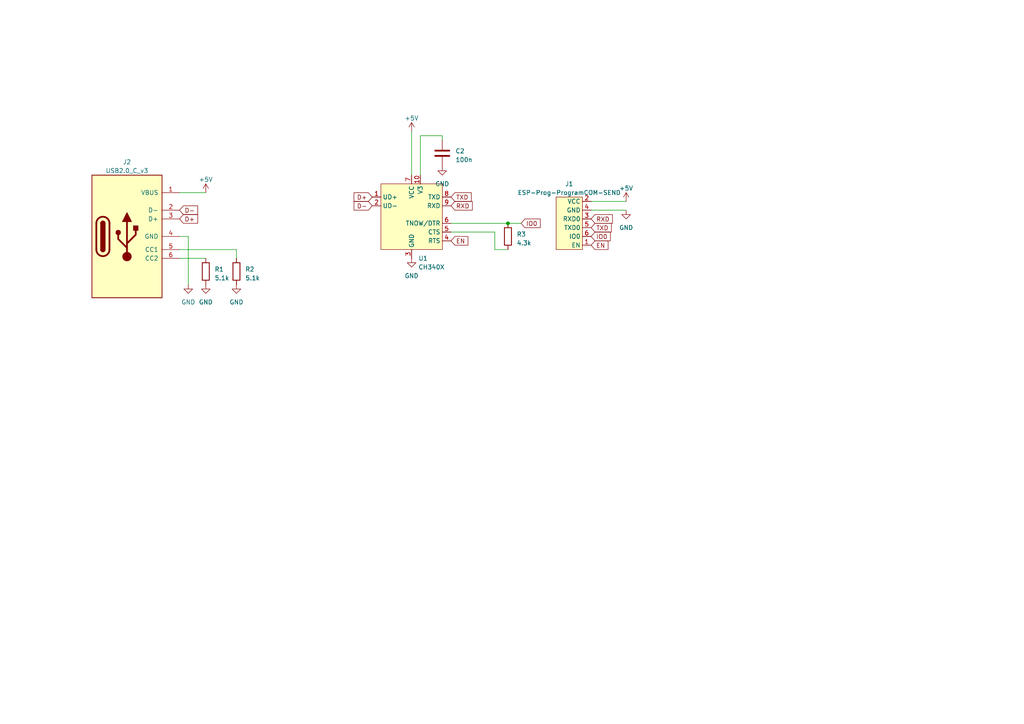
<source format=kicad_sch>
(kicad_sch (version 20230121) (generator eeschema)
  (paper "A4")
  (lib_symbols
    (symbol "$74th:CH340X"
      (property "Reference" "U" (at -6.35 7.62 0))
      (property "Value" "CH340X" (at -6.35 10.16 0))
      (symbol "CH340X_0_1"
        (rectangle (start -8.89 6.35) (end 8.89 -12.7) (stroke (width 0.1524)) (fill (type background)))
      )
      (symbol "CH340X_1_1"
        (pin bidirectional line (at -11.43 2.54 0) (length 2.54) (name "UD+") (number "1"))
        (pin power_out line (at 2.54 8.89 270) (length 2.54) (name "V3") (number "10"))
        (pin bidirectional line (at -11.43 0 0) (length 2.54) (name "UD-") (number "2"))
        (pin power_in line (at 0 -15.24 90) (length 2.54) (name "GND") (number "3"))
        (pin output line (at 11.43 -10.16 180) (length 2.54) (name "RTS") (number "4"))
        (pin input line (at 11.43 -7.62 180) (length 2.54) (name "CTS") (number "5"))
        (pin bidirectional line (at 11.43 -5.08 180) (length 2.54) (name "TNOW/DTR") (number "6"))
        (pin power_in line (at 0 8.89 270) (length 2.54) (name "VCC") (number "7"))
        (pin output line (at 11.43 2.54 180) (length 2.54) (name "TXD") (number "8"))
        (pin input line (at 11.43 0 180) (length 2.54) (name "RXD") (number "9"))
      )
    )
    (symbol "$74th:ESP-Prog-ProgramCOM-SEND"
      (property "Reference" "J" (at 0 5.08 0))
      (property "Value" "ESP-Prog-ProgramCOM-SEND" (at 0 7.62 0))
      (symbol "ESP-Prog-ProgramCOM-SEND_0_1"
        (rectangle (start -3.81 3.81) (end 3.81 -11.43) (stroke (width 0.1524)) (fill (type background)))
      )
      (symbol "ESP-Prog-ProgramCOM-SEND_1_1"
        (pin input line (at 6.35 -10.16 180) (length 2.54) (name "EN") (number "1"))
        (pin power_in line (at 6.35 2.54 180) (length 2.54) (name "VCC") (number "2"))
        (pin output line (at 6.35 -2.54 180) (length 2.54) (name "RXD0") (number "3"))
        (pin power_in line (at 6.35 0 180) (length 2.54) (name "GND") (number "4"))
        (pin input line (at 6.35 -5.08 180) (length 2.54) (name "TXD0") (number "5"))
        (pin input line (at 6.35 -7.62 180) (length 2.54) (name "IO0") (number "6"))
      )
    )
    (symbol "$74th:USB2.0_C_v3" (pin_names (offset 1.016))
      (property "Reference" "J" (at -10.16 19.05 0))
      (property "Value" "USB2.0_C_v3" (at 12.7 19.05 0))
      (symbol "USB2.0_C_v3_0_1"
        (rectangle (start -10.16 17.78) (end 10.16 -17.78) (stroke (width 0.254)) (fill (type background)))
        (arc (start -8.89 -3.81) (mid -6.985 -5.7067) (end -5.08 -3.81) (stroke (width 0.508)))
        (arc (start -7.62 -3.81) (mid -6.985 -4.4423) (end -6.35 -3.81) (stroke (width 0.254)))
        (arc (start -7.62 -3.81) (mid -6.985 -4.4423) (end -6.35 -3.81) (stroke (width 0.254)) (fill (type outline)))
        (rectangle (start -7.62 -3.81) (end -6.35 3.81) (stroke (width 0.254)) (fill (type outline)))
        (arc (start -6.35 3.81) (mid -6.985 4.4423) (end -7.62 3.81) (stroke (width 0.254)))
        (arc (start -6.35 3.81) (mid -6.985 4.4423) (end -7.62 3.81) (stroke (width 0.254)) (fill (type outline)))
        (arc (start -5.08 3.81) (mid -6.985 5.7067) (end -8.89 3.81) (stroke (width 0.508)))
        (circle (center -2.54 1.143) (radius 0.635) (stroke (width 0.254)) (fill (type outline)))
        (circle (center 0 -5.842) (radius 1.27) (fill (type outline)))
        (polyline (pts (xy -8.89 -3.81) (xy -8.89 3.81)) (stroke (width 0.508)))
        (polyline (pts (xy -5.08 3.81) (xy -5.08 -3.81)) (stroke (width 0.508)))
        (polyline (pts (xy 0 -5.842) (xy 0 4.318)) (stroke (width 0.508)))
        (polyline (pts (xy 0 -3.302) (xy -2.54 -0.762) (xy -2.54 0.508)) (stroke (width 0.508)))
        (polyline (pts (xy 0 -2.032) (xy 2.54 0.508) (xy 2.54 1.778)) (stroke (width 0.508)))
        (polyline (pts (xy -1.27 4.318) (xy 0 6.858) (xy 1.27 4.318) (xy -1.27 4.318)) (stroke (width 0.254)) (fill (type outline)))
        (rectangle (start 1.905 1.778) (end 3.175 3.048) (stroke (width 0.254)) (fill (type outline)))
      )
      (symbol "USB2.0_C_v3_1_1"
        (pin power_out line (at 15.24 12.7 180) (length 5.08) (name "VBUS") (number "1"))
        (pin bidirectional line (at 15.24 7.62 180) (length 5.08) (name "D-") (number "2"))
        (pin bidirectional line (at 15.24 5.08 180) (length 5.08) (name "D+") (number "3"))
        (pin power_out line (at 15.24 0 180) (length 5.08) (name "GND") (number "4"))
        (pin bidirectional line (at 15.24 -3.81 180) (length 5.08) (name "CC1") (number "5"))
        (pin bidirectional line (at 15.24 -6.35 180) (length 5.08) (name "CC2") (number "6"))
      )
    )
    (symbol "Device:C" (pin_numbers hide) (pin_names (offset 0.254))
      (property "Reference" "C" (at 0.635 2.54 0))
      (property "Value" "C" (at 0.635 -2.54 0))
      (symbol "C_0_1"
        (polyline (pts (xy -2.032 -0.762) (xy 2.032 -0.762)) (stroke (width 0.508)))
        (polyline (pts (xy -2.032 0.762) (xy 2.032 0.762)) (stroke (width 0.508)))
      )
      (symbol "C_1_1"
        (pin passive line (at 0 3.81 270) (length 2.794) (name "~") (number "1"))
        (pin passive line (at 0 -3.81 90) (length 2.794) (name "~") (number "2"))
      )
    )
    (symbol "Device:R" (pin_numbers hide) (pin_names (offset 0))
      (property "Reference" "R" (at 2.032 0 90))
      (property "Value" "R" (at 0 0 90))
      (symbol "R_0_1"
        (rectangle (start -1.016 -2.54) (end 1.016 2.54) (stroke (width 0.254)))
      )
      (symbol "R_1_1"
        (pin passive line (at 0 3.81 270) (length 1.27) (name "~") (number "1"))
        (pin passive line (at 0 -3.81 90) (length 1.27) (name "~") (number "2"))
      )
    )
    (symbol "power:+5V" (power) (pin_names (offset 0))
      (property "Value" "+5V" (at 0 3.556 0))
      (symbol "+5V_0_1"
        (polyline (pts (xy -0.762 1.27) (xy 0 2.54)))
        (polyline (pts (xy 0 0) (xy 0 2.54)))
        (polyline (pts (xy 0 2.54) (xy 0.762 1.27)))
      )
      (symbol "+5V_1_1"
        (pin power_in line (at 0 0 90) (length 0) hide (name "+5V") (number "1"))
      )
    )
    (symbol "power:GND" (power) (pin_names (offset 0))
      (property "Value" "GND" (at 0 -3.81 0))
      (symbol "GND_0_1"
        (polyline (pts (xy 0 0) (xy 0 -1.27) (xy 1.27 -1.27) (xy 0 -2.54) (xy -1.27 -1.27) (xy 0 -1.27)))
      )
      (symbol "GND_1_1"
        (pin power_in line (at 0 0 270) (length 0) hide (name "GND") (number "1"))
      )
    )
  )
  (junction (at 147.32 64.77))
  (wire (pts (xy 121.92 39.37) (xy 121.92 50.8)))
  (wire (pts (xy 52.07 68.58) (xy 54.61 68.58)))
  (wire (pts (xy 128.27 39.37) (xy 128.27 40.64)))
  (wire (pts (xy 171.45 60.96) (xy 181.61 60.96)))
  (wire (pts (xy 52.07 74.93) (xy 59.69 74.93)))
  (wire (pts (xy 143.51 72.39) (xy 147.32 72.39)))
  (wire (pts (xy 121.92 39.37) (xy 128.27 39.37)))
  (wire (pts (xy 52.07 55.88) (xy 59.69 55.88)))
  (wire (pts (xy 130.81 67.31) (xy 143.51 67.31)))
  (wire (pts (xy 52.07 72.39) (xy 68.58 72.39)))
  (wire (pts (xy 54.61 68.58) (xy 54.61 82.55)))
  (wire (pts (xy 130.81 64.77) (xy 147.32 64.77)))
  (wire (pts (xy 171.45 58.42) (xy 181.61 58.42)))
  (wire (pts (xy 119.38 38.1) (xy 119.38 50.8)))
  (wire (pts (xy 68.58 72.39) (xy 68.58 74.93)))
  (wire (pts (xy 143.51 67.31) (xy 143.51 72.39)))
  (wire (pts (xy 147.32 64.77) (xy 151.13 64.77)))
  (global_label "TXD" (shape input) (at 171.45 66.04 0) (property "Intersheetrefs" "${INTERSHEET_REFS}" (effects hide)))
  (global_label "RXD" (shape input) (at 130.81 59.69 0) (property "Intersheetrefs" "${INTERSHEET_REFS}" (effects hide)))
  (global_label "D+" (shape input) (at 107.95 57.15 180) (property "Intersheetrefs" "${INTERSHEET_REFS}" (effects hide)))
  (global_label "RXD" (shape input) (at 171.45 63.5 0) (property "Intersheetrefs" "${INTERSHEET_REFS}" (effects hide)))
  (global_label "IO0" (shape input) (at 151.13 64.77 0) (property "Intersheetrefs" "${INTERSHEET_REFS}" (effects hide)))
  (global_label "D-" (shape input) (at 52.07 60.96 0) (property "Intersheetrefs" "${INTERSHEET_REFS}" (effects hide)))
  (global_label "D-" (shape input) (at 107.95 59.69 180) (property "Intersheetrefs" "${INTERSHEET_REFS}" (effects hide)))
  (global_label "EN" (shape input) (at 130.81 69.85 0) (property "Intersheetrefs" "${INTERSHEET_REFS}" (effects hide)))
  (global_label "D+" (shape input) (at 52.07 63.5 0) (property "Intersheetrefs" "${INTERSHEET_REFS}" (effects hide)))
  (global_label "IO0" (shape input) (at 171.45 68.58 0) (property "Intersheetrefs" "${INTERSHEET_REFS}" (effects hide)))
  (global_label "TXD" (shape input) (at 130.81 57.15 0) (property "Intersheetrefs" "${INTERSHEET_REFS}" (effects hide)))
  (global_label "EN" (shape input) (at 171.45 71.12 0) (property "Intersheetrefs" "${INTERSHEET_REFS}" (effects hide)))
  (symbol (lib_id "Device:R") (at 68.58 78.74 0) (unit 1)
    (property "Reference" "R2" (at 71.12 78.105 0) (effects (justify left)))
    (property "Value" "5.1k" (at 71.12 80.645 0) (effects (justify left)))
    (property "Footprint" "$74th:Register_0603_1608" (effects hide))
  )
  (symbol (lib_id "power:GND") (at 128.27 48.26 0) (unit 1)
    (property "Reference" "#PWR05" (effects hide))
    (property "Value" "GND" (at 128.27 53.34 0))
  )
  (symbol (lib_id "Device:R") (at 147.32 68.58 0) (unit 1)
    (property "Reference" "R3" (at 149.86 67.945 0) (effects (justify left)))
    (property "Value" "4.3k" (at 149.86 70.485 0) (effects (justify left)))
    (property "Footprint" "$74th:Register_0603_1608" (effects hide))
  )
  (symbol (lib_id "$74th:CH340X") (at 119.38 59.69 0) (unit 1)
    (property "Reference" "U1" (at 121.3359 74.93 0) (effects (justify left)))
    (property "Value" "CH340X" (at 121.3359 77.47 0) (effects (justify left)))
    (property "Footprint" "Package_SO:MSOP-10_3x3mm_P0.5mm" (effects hide))
  )
  (symbol (lib_id "power:+5V") (at 119.38 38.1 0) (unit 1)
    (property "Reference" "#PWR04" (effects hide))
    (property "Value" "+5V" (at 119.38 34.29 0))
  )
  (symbol (lib_id "power:GND") (at 68.58 82.55 0) (unit 1)
    (property "Reference" "#PWR02" (effects hide))
    (property "Value" "GND" (at 68.58 87.63 0))
  )
  (symbol (lib_id "power:+5V") (at 59.69 55.88 0) (unit 1)
    (property "Reference" "#PWR06" (effects hide))
    (property "Value" "+5V" (at 59.69 52.07 0))
  )
  (symbol (lib_id "power:GND") (at 181.61 60.96 0) (unit 1)
    (property "Reference" "#PWR013" (effects hide))
    (property "Value" "GND" (at 181.61 66.04 0))
  )
  (symbol (lib_id "$74th:ESP-Prog-ProgramCOM-SEND") (at 165.1 60.96 0) (unit 1)
    (property "Reference" "J1" (at 165.1 53.34 0))
    (property "Value" "ESP-Prog-ProgramCOM-SEND" (at 165.1 55.88 0))
    (property "Footprint" "$74th:BoxPinHeader_2x03_P1.27mm_Vertical" (effects hide))
  )
  (symbol (lib_id "Device:R") (at 59.69 78.74 0) (unit 1)
    (property "Reference" "R1" (at 62.23 78.105 0) (effects (justify left)))
    (property "Value" "5.1k" (at 62.23 80.645 0) (effects (justify left)))
    (property "Footprint" "$74th:Register_0603_1608" (effects hide))
  )
  (symbol (lib_id "$74th:USB2.0_C_v3") (at 36.83 68.58 0) (unit 1)
    (property "Reference" "J2" (at 36.83 46.99 0))
    (property "Value" "USB2.0_C_v3" (at 36.83 49.53 0))
    (property "Footprint" "$74th:USB-C-12-Pin-SMD" (effects hide))
    (property "Datasheet" "https://www.usb.org/sites/default/files/documents/usb_type-c.zip" (effects hide))
  )
  (symbol (lib_id "power:GND") (at 54.61 82.55 0) (unit 1)
    (property "Reference" "#PWR03" (effects hide))
    (property "Value" "GND" (at 54.61 87.63 0))
  )
  (symbol (lib_id "Device:C") (at 128.27 44.45 0) (unit 1)
    (property "Reference" "C2" (at 132.08 43.815 0) (effects (justify left)))
    (property "Value" "100n" (at 132.08 46.355 0) (effects (justify left)))
    (property "Footprint" "$74th:Capacitor_0603_1608" (effects hide))
  )
  (symbol (lib_id "power:+5V") (at 181.61 58.42 0) (unit 1)
    (property "Reference" "#PWR011" (effects hide))
    (property "Value" "+5V" (at 181.61 54.61 0))
  )
  (symbol (lib_id "power:GND") (at 59.69 82.55 0) (unit 1)
    (property "Reference" "#PWR01" (effects hide))
    (property "Value" "GND" (at 59.69 87.63 0))
  )
  (symbol (lib_id "power:GND") (at 119.38 74.93 0) (unit 1)
    (property "Reference" "#PWR012" (effects hide))
    (property "Value" "GND" (at 119.38 80.01 0))
  )
)
</source>
